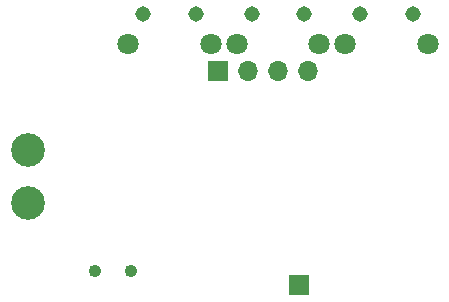
<source format=gbr>
%TF.GenerationSoftware,KiCad,Pcbnew,6.0.4-6f826c9f35~116~ubuntu18.04.1*%
%TF.CreationDate,2022-08-05T10:58:23+02:00*%
%TF.ProjectId,test,74657374-2e6b-4696-9361-645f70636258,rev?*%
%TF.SameCoordinates,Original*%
%TF.FileFunction,Soldermask,Bot*%
%TF.FilePolarity,Negative*%
%FSLAX46Y46*%
G04 Gerber Fmt 4.6, Leading zero omitted, Abs format (unit mm)*
G04 Created by KiCad (PCBNEW 6.0.4-6f826c9f35~116~ubuntu18.04.1) date 2022-08-05 10:58:23*
%MOMM*%
%LPD*%
G01*
G04 APERTURE LIST*
%ADD10R,1.700000X1.700000*%
%ADD11O,1.700000X1.700000*%
%ADD12C,1.800000*%
%ADD13C,1.308000*%
%ADD14C,1.080000*%
%ADD15C,2.850000*%
G04 APERTURE END LIST*
D10*
%TO.C,FIXATION_ECRAN1*%
X131300000Y-83900000D03*
D11*
X133840000Y-83900000D03*
X136380000Y-83900000D03*
X138920000Y-83900000D03*
%TD*%
D12*
%TO.C,BUTTON3*%
X130700000Y-81650000D03*
X123715000Y-81650000D03*
D13*
X129430000Y-79110000D03*
X124985000Y-79110000D03*
%TD*%
D12*
%TO.C,BUTTON2*%
X139900000Y-81650000D03*
X132915000Y-81650000D03*
D13*
X138630000Y-79110000D03*
X134185000Y-79110000D03*
%TD*%
D12*
%TO.C,BUTTON1*%
X149100000Y-81650000D03*
X142115000Y-81650000D03*
D13*
X147830000Y-79110000D03*
X143385000Y-79110000D03*
%TD*%
D14*
%TO.C,SW2*%
X123950000Y-100852601D03*
X120950001Y-100852601D03*
%TD*%
D15*
%TO.C,USB1*%
X115200000Y-90550000D03*
X115200000Y-95050000D03*
%TD*%
D10*
%TO.C,CONNECTEUR_NRST1*%
X138150000Y-102000000D03*
%TD*%
M02*

</source>
